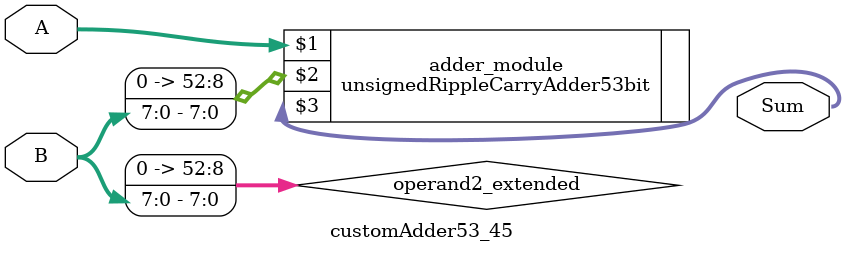
<source format=v>
module customAdder53_45(
                        input [52 : 0] A,
                        input [7 : 0] B,
                        
                        output [53 : 0] Sum
                );

        wire [52 : 0] operand2_extended;
        
        assign operand2_extended =  {45'b0, B};
        
        unsignedRippleCarryAdder53bit adder_module(
            A,
            operand2_extended,
            Sum
        );
        
        endmodule
        
</source>
